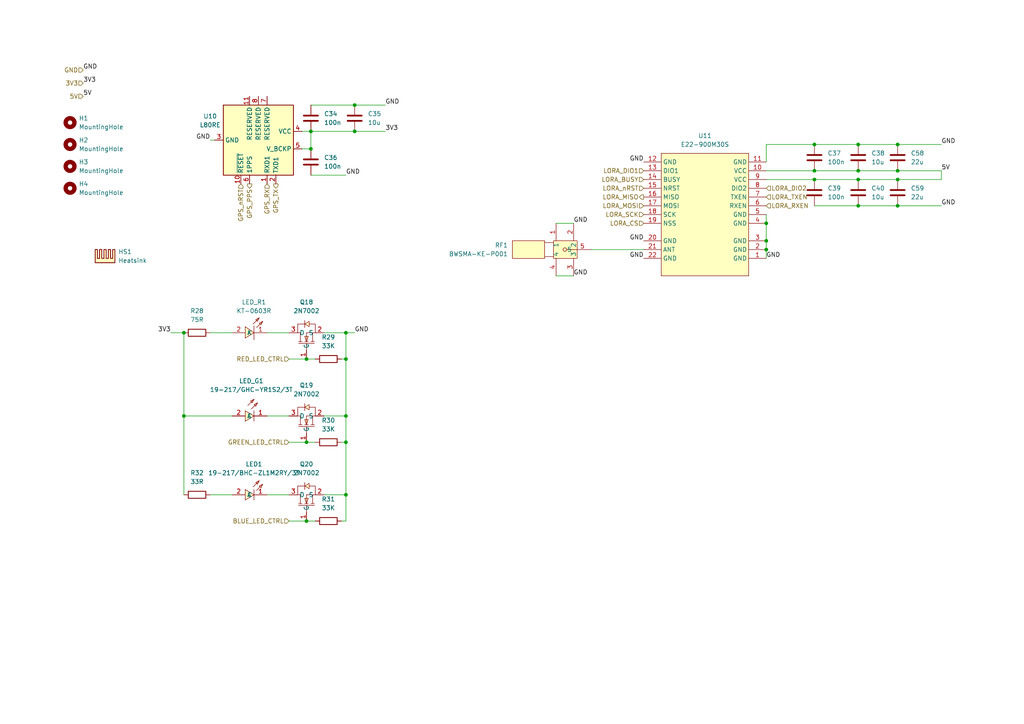
<source format=kicad_sch>
(kicad_sch (version 20230121) (generator eeschema)
  (paper "A4")
  (lib_symbols
    (symbol "Device:C" (pin_numbers hide) (pin_names (offset 0.254))
      (property "Reference" "C" (at 0.635 2.54 0))
      (property "Value" "C" (at 0.635 -2.54 0))
      (symbol "C_0_1"
        (polyline (pts (xy -2.032 -0.762) (xy 2.032 -0.762)) (stroke (width 0.508)))
        (polyline (pts (xy -2.032 0.762) (xy 2.032 0.762)) (stroke (width 0.508)))
      )
      (symbol "C_1_1"
        (pin passive line (at 0 3.81 270) (length 2.794) (name "~") (number "1"))
        (pin passive line (at 0 -3.81 90) (length 2.794) (name "~") (number "2"))
      )
    )
    (symbol "Device:R" (pin_numbers hide) (pin_names (offset 0))
      (property "Reference" "R" (at 2.032 0 90))
      (property "Value" "R" (at 0 0 90))
      (symbol "R_0_1"
        (rectangle (start -1.016 -2.54) (end 1.016 2.54) (stroke (width 0.254)))
      )
      (symbol "R_1_1"
        (pin passive line (at 0 3.81 270) (length 1.27) (name "~") (number "1"))
        (pin passive line (at 0 -3.81 90) (length 1.27) (name "~") (number "2"))
      )
    )
    (symbol "Mechanical:Heatsink" (pin_names (offset 1.016))
      (property "Reference" "HS" (at 0 5.08 0))
      (property "Value" "Heatsink" (at 0 -1.27 0))
      (symbol "Heatsink_0_1"
        (polyline (pts (xy -0.3302 1.27) (xy -0.9652 1.27) (xy -0.9652 3.81) (xy -1.6002 3.81) (xy -1.6002 1.27) (xy -2.2352 1.27) (xy -2.2352 3.81) (xy -2.8702 3.81) (xy -2.8702 0) (xy -0.9652 0)) (stroke (width 0.254)) (fill (type background)))
        (polyline (pts (xy -0.3302 1.27) (xy -0.3302 3.81) (xy 0.3048 3.81) (xy 0.3048 1.27) (xy 0.9398 1.27) (xy 0.9398 3.81) (xy 1.5748 3.81) (xy 1.5748 1.27) (xy 2.2098 1.27) (xy 2.2098 3.81) (xy 2.8448 3.81) (xy 2.8448 0) (xy -0.9652 0)) (stroke (width 0.254)) (fill (type background)))
      )
    )
    (symbol "Mechanical:MountingHole" (pin_names (offset 1.016))
      (property "Reference" "H" (at 0 5.08 0))
      (property "Value" "MountingHole" (at 0 3.175 0))
      (symbol "MountingHole_0_1"
        (circle (center 0 0) (radius 1.27) (stroke (width 1.27)))
      )
    )
    (symbol "RF_GPS:L80-R"
      (property "Reference" "U" (at -10.16 11.43 0))
      (property "Value" "L80-R" (at 10.16 11.43 0))
      (symbol "L80-R_0_1"
        (rectangle (start -10.16 10.16) (end 10.16 -10.16) (stroke (width 0.254)) (fill (type background)))
      )
      (symbol "L80-R_1_1"
        (pin input line (at 12.7 2.54 180) (length 2.54) (name "RXD1") (number "1"))
        (pin input line (at 12.7 -5.08 180) (length 2.54) (name "~{RESET}") (number "10"))
        (pin passive line (at -12.7 -2.54 0) (length 2.54) (name "RESERVED") (number "11"))
        (pin passive line (at 0 -12.7 90) (length 2.54) hide (name "GND") (number "12"))
        (pin output line (at 12.7 5.08 180) (length 2.54) (name "TXD1") (number "2"))
        (pin power_in line (at 0 -12.7 90) (length 2.54) (name "GND") (number "3"))
        (pin power_in line (at -2.54 12.7 270) (length 2.54) (name "VCC") (number "4"))
        (pin power_in line (at 2.54 12.7 270) (length 2.54) (name "V_BCKP") (number "5"))
        (pin output line (at 12.7 -2.54 180) (length 2.54) (name "1PPS") (number "6"))
        (pin passive line (at -12.7 2.54 0) (length 2.54) (name "RESERVED") (number "7"))
        (pin passive line (at -12.7 0 0) (length 2.54) (name "RESERVED") (number "8"))
        (pin no_connect line (at 10.16 0 180) (length 2.54) hide (name "NC") (number "9"))
      )
    )
    (symbol "Rocketry:19-217_BHC-ZL1M2RY_3T"
      (property "Reference" "LED" (at 0 3.3 0))
      (property "Value" "19-217/BHC-ZL1M2RY/3T" (at 0 -6.86 0))
      (symbol "19-217_BHC-ZL1M2RY_3T_0_1"
        (polyline (pts (xy -2.03 1.27) (xy -3.81 3.05)))
        (polyline (pts (xy -1.27 -1.52) (xy -1.27 1.53)))
        (polyline (pts (xy -1.02 2.29) (xy -2.79 4.07)))
        (polyline (pts (xy -3.81 3.05) (xy -3.3 2.03) (xy -2.79 2.54) (xy -3.81 3.05)) (fill (type background)))
        (polyline (pts (xy -2.79 4.07) (xy -2.29 3.05) (xy -1.78 3.56) (xy -2.79 4.07)) (fill (type background)))
        (polyline (pts (xy 1.27 1.53) (xy -1.27 0) (xy 1.27 -1.52) (xy 1.27 1.53)) (fill (type background)))
        (pin input line (at -5.08 0 0) (length 3.81) (name "C") (number "1"))
        (pin input line (at 5.08 0 180) (length 3.81) (name "A") (number "2"))
      )
    )
    (symbol "Rocketry:19-217_GHC-YR1S2_3T"
      (property "Reference" "LED" (at 0 5.08 0))
      (property "Value" "19-217/GHC-YR1S2/3T" (at 0 -5.08 0))
      (symbol "19-217_GHC-YR1S2_3T_0_1"
        (polyline (pts (xy -1.27 1.52) (xy -1.27 -1.52)))
        (polyline (pts (xy -0.51 2.03) (xy -2.29 3.81)))
        (polyline (pts (xy 0.51 3.05) (xy -1.27 4.83)))
        (polyline (pts (xy -2.29 3.81) (xy -1.27 3.3) (xy -1.78 2.79) (xy -2.29 3.81)) (fill (type background)))
        (polyline (pts (xy -1.27 4.83) (xy -0.25 4.32) (xy -0.76 3.81) (xy -1.27 4.83)) (fill (type background)))
        (polyline (pts (xy 1.27 -1.52) (xy -1.27 0) (xy 1.27 1.52) (xy 1.27 -1.52)) (fill (type background)))
        (pin input line (at -5.08 0 0) (length 3.81) (name "C") (number "1"))
        (pin input line (at 5.08 0 180) (length 3.81) (name "A") (number "2"))
      )
    )
    (symbol "Rocketry:2N7002"
      (property "Reference" "Q" (at 0 10.16 0))
      (property "Value" "2N7002" (at 0 -10.16 0))
      (symbol "2N7002_0_1"
        (polyline (pts (xy -2.54 0) (xy -0.51 0)))
        (polyline (pts (xy -0.51 2.29) (xy -0.51 -2.29)))
        (polyline (pts (xy 0 -2.29) (xy 0 -1.27)))
        (polyline (pts (xy 0 -0.51) (xy 0 0.51)))
        (polyline (pts (xy 0 2.29) (xy 0 1.27)))
        (polyline (pts (xy 2.54 -1.78) (xy 0 -1.78)))
        (polyline (pts (xy 0 0) (xy 1.52 -0.51) (xy 1.52 0.51) (xy 0 0)) (fill (type background)))
        (polyline (pts (xy 5.08 0.51) (xy 4.32 -0.76) (xy 5.84 -0.76) (xy 5.08 0.51)) (fill (type background)))
        (polyline (pts (xy 6.1 0.51) (xy 5.59 0.51) (xy 4.57 0.51) (xy 4.06 0.51)))
        (polyline (pts (xy 0 0) (xy 2.54 0) (xy 2.54 -2.54) (xy 5.08 -2.54) (xy 5.08 -0.76)))
        (polyline (pts (xy 0 1.78) (xy 2.54 1.78) (xy 2.54 2.54) (xy 5.08 2.54) (xy 5.08 0.51)))
        (pin unspecified line (at -5.08 0 0) (length 2.54) (name "G") (number "1"))
        (pin unspecified line (at 2.54 -5.08 90) (length 2.54) (name "S") (number "2"))
        (pin unspecified line (at 2.54 5.08 270) (length 2.54) (name "D") (number "3"))
      )
    )
    (symbol "Rocketry:BWSMA-KE-P001"
      (property "Reference" "RF" (at 0 12.7 0))
      (property "Value" "BWSMA-KE-P001" (at 0 -12.7 0))
      (symbol "BWSMA-KE-P001_0_1"
        (rectangle (start -12.7 2.54) (end -3.3 -2.54) (fill (type background)))
        (rectangle (start -0.76 2.54) (end 6.1 -2.54) (fill (type background)))
        (polyline (pts (xy -3.3 -2.03) (xy -0.76 -2.03)))
        (polyline (pts (xy -3.3 2.03) (xy -0.76 2.03)))
        (polyline (pts (xy 3.05 0) (xy 5.08 0)))
        (circle (center 2.54 0) (radius 0.51))
        (pin unspecified line (at 0 7.62 270) (length 5.08) (name "1") (number "1"))
        (pin unspecified line (at 5.08 7.62 270) (length 5.08) (name "2") (number "2"))
        (pin unspecified line (at 5.08 -7.62 90) (length 5.08) (name "3") (number "3"))
        (pin unspecified line (at 0 -7.62 90) (length 5.08) (name "4") (number "4"))
        (pin unspecified line (at 10.16 0 180) (length 5.08) (name "5") (number "5"))
      )
    )
    (symbol "Rocketry:E22-900M30S"
      (property "Reference" "U" (at 0 22.86 0))
      (property "Value" "E22-900M30S" (at 0 -15.24 0))
      (symbol "E22-900M30S_0_1"
        (rectangle (start -12.7 20.32) (end 12.7 -15.24) (fill (type background)))
        (pin unspecified line (at 17.78 -10.16 180) (length 5.08) (name "GND") (number "1"))
        (pin unspecified line (at 17.78 15.24 180) (length 5.08) (name "VCC") (number "10"))
        (pin unspecified line (at 17.78 17.78 180) (length 5.08) (name "GND") (number "11"))
        (pin unspecified line (at -17.78 17.78 0) (length 5.08) (name "GND") (number "12"))
        (pin unspecified line (at -17.78 15.24 0) (length 5.08) (name "DIO1") (number "13"))
        (pin unspecified line (at -17.78 12.7 0) (length 5.08) (name "BUSY") (number "14"))
        (pin unspecified line (at -17.78 10.16 0) (length 5.08) (name "NRST") (number "15"))
        (pin unspecified line (at -17.78 7.62 0) (length 5.08) (name "MISO") (number "16"))
        (pin unspecified line (at -17.78 5.08 0) (length 5.08) (name "MOSI") (number "17"))
        (pin unspecified line (at -17.78 2.54 0) (length 5.08) (name "SCK") (number "18"))
        (pin unspecified line (at -17.78 0 0) (length 5.08) (name "NSS") (number "19"))
        (pin unspecified line (at 17.78 -7.62 180) (length 5.08) (name "GND") (number "2"))
        (pin unspecified line (at -17.78 -5.08 0) (length 5.08) (name "GND") (number "20"))
        (pin unspecified line (at -17.78 -7.62 0) (length 5.08) (name "ANT") (number "21"))
        (pin unspecified line (at -17.78 -10.16 0) (length 5.08) (name "GND") (number "22"))
        (pin unspecified line (at 17.78 -5.08 180) (length 5.08) (name "GND") (number "3"))
        (pin unspecified line (at 17.78 0 180) (length 5.08) (name "GND") (number "4"))
        (pin unspecified line (at 17.78 2.54 180) (length 5.08) (name "GND") (number "5"))
        (pin unspecified line (at 17.78 5.08 180) (length 5.08) (name "RXEN") (number "6"))
        (pin unspecified line (at 17.78 7.62 180) (length 5.08) (name "TXEN") (number "7"))
        (pin unspecified line (at 17.78 10.16 180) (length 5.08) (name "DIO2") (number "8"))
        (pin unspecified line (at 17.78 12.7 180) (length 5.08) (name "VCC") (number "9"))
      )
    )
    (symbol "Rocketry:KT-0603R"
      (property "Reference" "LED" (at 0 5.08 0))
      (property "Value" "KT-0603R" (at 0 -5.08 0))
      (symbol "KT-0603R_0_1"
        (polyline (pts (xy -2.03 1.52) (xy -3.81 3.3)))
        (polyline (pts (xy -1.27 2.03) (xy -1.27 -2.03)))
        (polyline (pts (xy -1.02 2.54) (xy -2.79 4.32)))
        (polyline (pts (xy -3.81 3.3) (xy -2.79 2.79) (xy -3.3 2.29) (xy -3.81 3.3)) (fill (type background)))
        (polyline (pts (xy -2.79 4.32) (xy -1.78 3.81) (xy -2.29 3.3) (xy -2.79 4.32)) (fill (type background)))
        (polyline (pts (xy 1.27 -1.52) (xy -1.27 0) (xy 1.27 1.78) (xy 1.27 -1.52)) (fill (type background)))
        (pin unspecified line (at -5.08 0 0) (length 3.81) (name "K") (number "1"))
        (pin unspecified line (at 5.08 0 180) (length 3.81) (name "A") (number "2"))
      )
    )
  )
  (junction (at 53.34 120.65))
  (junction (at 100.33 120.65))
  (junction (at 248.92 49.53))
  (junction (at 88.9 104.14))
  (junction (at 236.22 49.53))
  (junction (at 100.33 104.14))
  (junction (at 53.34 96.52))
  (junction (at 260.35 41.91))
  (junction (at 102.87 30.48))
  (junction (at 248.92 52.07))
  (junction (at 100.33 128.27))
  (junction (at 222.25 64.77))
  (junction (at 90.17 43.18))
  (junction (at 248.92 41.91))
  (junction (at 100.33 143.51))
  (junction (at 236.22 52.07))
  (junction (at 88.9 151.13))
  (junction (at 236.22 41.91))
  (junction (at 260.35 59.69))
  (junction (at 260.35 49.53))
  (junction (at 248.92 59.69))
  (junction (at 88.9 128.27))
  (junction (at 222.25 69.85))
  (junction (at 90.17 38.1))
  (junction (at 102.87 38.1))
  (junction (at 100.33 96.52))
  (junction (at 260.35 52.07))
  (junction (at 222.25 72.39))
  (wire (pts (xy 222.25 49.53) (xy 236.22 49.53)))
  (wire (pts (xy 222.25 64.77) (xy 222.25 69.85)))
  (wire (pts (xy 161.29 64.77) (xy 166.37 64.77)))
  (wire (pts (xy 49.53 96.52) (xy 53.34 96.52)))
  (wire (pts (xy 248.92 52.07) (xy 260.35 52.07)))
  (wire (pts (xy 90.17 38.1) (xy 90.17 43.18)))
  (wire (pts (xy 77.47 120.65) (xy 83.82 120.65)))
  (wire (pts (xy 60.96 96.52) (xy 67.31 96.52)))
  (wire (pts (xy 222.25 41.91) (xy 236.22 41.91)))
  (wire (pts (xy 90.17 38.1) (xy 102.87 38.1)))
  (wire (pts (xy 100.33 120.65) (xy 100.33 104.14)))
  (wire (pts (xy 77.47 143.51) (xy 83.82 143.51)))
  (wire (pts (xy 236.22 41.91) (xy 248.92 41.91)))
  (wire (pts (xy 222.25 52.07) (xy 236.22 52.07)))
  (wire (pts (xy 83.82 128.27) (xy 88.9 128.27)))
  (wire (pts (xy 100.33 143.51) (xy 100.33 128.27)))
  (wire (pts (xy 87.63 38.1) (xy 90.17 38.1)))
  (wire (pts (xy 99.06 128.27) (xy 100.33 128.27)))
  (wire (pts (xy 236.22 52.07) (xy 248.92 52.07)))
  (wire (pts (xy 248.92 41.91) (xy 260.35 41.91)))
  (wire (pts (xy 273.05 52.07) (xy 273.05 49.53)))
  (wire (pts (xy 222.25 69.85) (xy 222.25 72.39)))
  (wire (pts (xy 60.96 143.51) (xy 67.31 143.51)))
  (wire (pts (xy 88.9 128.27) (xy 91.44 128.27)))
  (wire (pts (xy 53.34 96.52) (xy 53.34 120.65)))
  (wire (pts (xy 171.45 72.39) (xy 186.69 72.39)))
  (wire (pts (xy 77.47 96.52) (xy 83.82 96.52)))
  (wire (pts (xy 99.06 151.13) (xy 100.33 151.13)))
  (wire (pts (xy 222.25 46.99) (xy 222.25 41.91)))
  (wire (pts (xy 102.87 38.1) (xy 111.76 38.1)))
  (wire (pts (xy 93.98 96.52) (xy 100.33 96.52)))
  (wire (pts (xy 67.31 120.65) (xy 53.34 120.65)))
  (wire (pts (xy 100.33 151.13) (xy 100.33 143.51)))
  (wire (pts (xy 222.25 72.39) (xy 222.25 74.93)))
  (wire (pts (xy 260.35 59.69) (xy 273.05 59.69)))
  (wire (pts (xy 166.37 80.01) (xy 161.29 80.01)))
  (wire (pts (xy 87.63 43.18) (xy 90.17 43.18)))
  (wire (pts (xy 90.17 50.8) (xy 100.33 50.8)))
  (wire (pts (xy 100.33 104.14) (xy 100.33 96.52)))
  (wire (pts (xy 99.06 104.14) (xy 100.33 104.14)))
  (wire (pts (xy 60.96 40.64) (xy 62.23 40.64)))
  (wire (pts (xy 222.25 62.23) (xy 222.25 64.77)))
  (wire (pts (xy 53.34 143.51) (xy 53.34 120.65)))
  (wire (pts (xy 88.9 104.14) (xy 91.44 104.14)))
  (wire (pts (xy 248.92 49.53) (xy 260.35 49.53)))
  (wire (pts (xy 93.98 120.65) (xy 100.33 120.65)))
  (wire (pts (xy 83.82 104.14) (xy 88.9 104.14)))
  (wire (pts (xy 260.35 41.91) (xy 273.05 41.91)))
  (wire (pts (xy 248.92 59.69) (xy 260.35 59.69)))
  (wire (pts (xy 100.33 96.52) (xy 102.87 96.52)))
  (wire (pts (xy 102.87 30.48) (xy 111.76 30.48)))
  (wire (pts (xy 93.98 143.51) (xy 100.33 143.51)))
  (wire (pts (xy 260.35 52.07) (xy 273.05 52.07)))
  (wire (pts (xy 260.35 49.53) (xy 273.05 49.53)))
  (wire (pts (xy 90.17 30.48) (xy 102.87 30.48)))
  (wire (pts (xy 236.22 49.53) (xy 248.92 49.53)))
  (wire (pts (xy 83.82 151.13) (xy 88.9 151.13)))
  (wire (pts (xy 88.9 151.13) (xy 91.44 151.13)))
  (wire (pts (xy 100.33 128.27) (xy 100.33 120.65)))
  (wire (pts (xy 236.22 59.69) (xy 248.92 59.69)))
  (label "GND" (at 102.87 96.52 0))
  (label "GND" (at 186.69 46.99 180))
  (label "GND" (at 222.25 74.93 0))
  (label "GND" (at 186.69 74.93 180))
  (label "GND" (at 166.37 64.77 0))
  (label "GND" (at 186.69 69.85 180))
  (label "3V3" (at 24.13 24.13 0))
  (label "GND" (at 60.96 40.64 180))
  (label "GND" (at 273.05 59.69 0))
  (label "3V3" (at 49.53 96.52 180))
  (label "GND" (at 273.05 41.91 0))
  (label "5V" (at 24.13 27.94 0))
  (label "GND" (at 111.76 30.48 0))
  (label "3V3" (at 111.76 38.1 0))
  (label "GND" (at 100.33 50.8 0))
  (label "GND" (at 24.13 20.32 0))
  (label "GND" (at 166.37 80.01 0))
  (label "5V" (at 273.05 49.53 0))
  (hierarchical_label "GPS_RX" (shape input) (at 77.47 53.34 270))
  (hierarchical_label "LORA_TXEN" (shape input) (at 222.25 57.15 0))
  (hierarchical_label "3V3" (shape input) (at 24.13 24.13 180))
  (hierarchical_label "LORA_CS" (shape input) (at 186.69 64.77 180))
  (hierarchical_label "GREEN_LED_CTRL" (shape input) (at 83.82 128.27 180))
  (hierarchical_label "LORA_nRST" (shape input) (at 186.69 54.61 180))
  (hierarchical_label "GPS_nRST" (shape input) (at 69.85 53.34 270))
  (hierarchical_label "LORA_BUSY" (shape input) (at 186.69 52.07 180))
  (hierarchical_label "GND" (shape input) (at 24.13 20.32 180))
  (hierarchical_label "5V" (shape input) (at 24.13 27.94 180))
  (hierarchical_label "LORA_MISO" (shape output) (at 186.69 57.15 180))
  (hierarchical_label "BLUE_LED_CTRL" (shape input) (at 83.82 151.13 180))
  (hierarchical_label "LORA_DIO1" (shape input) (at 186.69 49.53 180))
  (hierarchical_label "LORA_SCK" (shape input) (at 186.69 62.23 180))
  (hierarchical_label "LORA_RXEN" (shape input) (at 222.25 59.69 0))
  (hierarchical_label "RED_LED_CTRL" (shape input) (at 83.82 104.14 180))
  (hierarchical_label "GPS_TX" (shape output) (at 80.01 53.34 270))
  (hierarchical_label "GPS_PPS" (shape output) (at 72.39 53.34 270))
  (hierarchical_label "LORA_DIO2" (shape input) (at 222.25 54.61 0))
  (hierarchical_label "LORA_MOSI" (shape input) (at 186.69 59.69 180))
  (symbol (lib_id "Rocketry:E22-900M30S") (at 204.47 64.77 0) (unit 1)
    (property "Reference" "U11" (at 204.47 39.37 0))
    (property "Value" "E22-900M30S" (at 204.47 41.91 0))
    (property "Footprint" "Rocketry:WIRELM-SMD_E22-900M30S" (effects hide))
    (property "Datasheet" "https://lcsc.com/product-detail/Wireless-Modules_Chengdu-Ebyte-Elec-Tech-E22-900M30S_C411294.html" (effects hide))
    (property "LCSC Part" "C411294" (effects hide))
  )
  (symbol (lib_id "Mechanical:MountingHole") (at 20.32 48.26 0) (unit 1)
    (property "Reference" "H3" (at 22.86 46.99 0) (effects (justify left)))
    (property "Value" "MountingHole" (at 22.86 49.53 0) (effects (justify left)))
    (property "Footprint" "Rocketry:MountingHole_2.7mm_M2.5_Keepout" (effects hide))
    (instances (project "VLF4_PCB" (path "" (reference "H3") (unit 1)) (path "" (reference "H7") (unit 1))))
  )
  (symbol (lib_id "Device:R") (at 57.15 143.51 90) (unit 1)
    (property "Reference" "R32" (at 57.15 137.16 90))
    (property "Value" "33R" (at 57.15 139.7 90))
    (property "Footprint" "Resistor_SMD:R_0402_1005Metric" (effects hide))
  )
  (symbol (lib_id "Rocketry:BWSMA-KE-P001") (at 161.29 72.39 0) (unit 1)
    (property "Reference" "RF1" (at 147.32 71.12 0) (effects (justify right)))
    (property "Value" "BWSMA-KE-P001" (at 147.32 73.66 0) (effects (justify right)))
    (property "Footprint" "Rocketry:SMA-SMD_BWSMA-KE-P001" (effects hide))
    (property "Datasheet" "https://lcsc.com/product-detail/New-Arrivals_BAT-WIRELESS-BWSMA-KE-P001_C496550.html" (effects hide))
    (property "LCSC Part" "C496550" (effects hide))
  )
  (symbol (lib_id "Device:C") (at 248.92 55.88 0) (unit 1)
    (property "Reference" "C40" (at 252.73 54.61 0) (effects (justify left)))
    (property "Value" "10u" (at 252.73 57.15 0) (effects (justify left)))
    (property "Footprint" "Capacitor_SMD:C_0603_1608Metric" (effects hide))
  )
  (symbol (lib_id "Mechanical:MountingHole") (at 20.32 54.61 0) (unit 1)
    (property "Reference" "H4" (at 22.86 53.34 0) (effects (justify left)))
    (property "Value" "MountingHole" (at 22.86 55.88 0) (effects (justify left)))
    (property "Footprint" "Rocketry:MountingHole_2.7mm_M2.5_Keepout" (effects hide))
    (instances (project "VLF4_PCB" (path "" (reference "H4") (unit 1)) (path "" (reference "H8") (unit 1))))
  )
  (symbol (lib_id "Device:C") (at 102.87 34.29 0) (unit 1)
    (property "Reference" "C35" (at 106.68 33.02 0) (effects (justify left)))
    (property "Value" "10u" (at 106.68 35.56 0) (effects (justify left)))
    (property "Footprint" "Capacitor_SMD:C_0603_1608Metric" (effects hide))
  )
  (symbol (lib_id "Device:C") (at 236.22 55.88 0) (unit 1)
    (property "Reference" "C39" (at 240.03 54.61 0) (effects (justify left)))
    (property "Value" "100n" (at 240.03 57.15 0) (effects (justify left)))
    (property "Footprint" "Capacitor_SMD:C_0402_1005Metric" (effects hide))
  )
  (symbol (lib_id "Device:C") (at 236.22 45.72 0) (unit 1)
    (property "Reference" "C37" (at 240.03 44.45 0) (effects (justify left)))
    (property "Value" "100n" (at 240.03 46.99 0) (effects (justify left)))
    (property "Footprint" "Capacitor_SMD:C_0402_1005Metric" (effects hide))
  )
  (symbol (lib_id "Rocketry:2N7002") (at 88.9 123.19 90) (unit 1)
    (property "Reference" "Q19" (at 88.9 111.76 90))
    (property "Value" "2N7002" (at 88.9 114.3 90))
    (property "Footprint" "Rocketry:SOT-23-3_L2.9-W1.3-P1.90-LS2.4-BR" (effects hide))
    (property "Datasheet" "https://lcsc.com/product-detail/MOSFET_2N7002-7002_C8545.html" (effects hide))
    (property "LCSC Part" "C8545" (effects hide))
  )
  (symbol (lib_id "Mechanical:MountingHole") (at 20.32 35.56 0) (unit 1)
    (property "Reference" "H1" (at 22.86 34.29 0) (effects (justify left)))
    (property "Value" "MountingHole" (at 22.86 36.83 0) (effects (justify left)))
    (property "Footprint" "Rocketry:MountingHole_2.7mm_M2.5_Keepout" (effects hide))
    (instances (project "VLF4_PCB" (path "" (reference "H1") (unit 1)) (path "" (reference "H5") (unit 1))))
  )
  (symbol (lib_id "Device:R") (at 95.25 104.14 90) (unit 1)
    (property "Reference" "R29" (at 95.25 97.79 90))
    (property "Value" "33K" (at 95.25 100.33 90))
    (property "Footprint" "Resistor_SMD:R_0402_1005Metric" (effects hide))
  )
  (symbol (lib_id "Device:R") (at 57.15 96.52 90) (unit 1)
    (property "Reference" "R28" (at 57.15 90.17 90))
    (property "Value" "75R" (at 57.15 92.71 90))
    (property "Footprint" "Resistor_SMD:R_0402_1005Metric" (effects hide))
  )
  (symbol (lib_id "Device:C") (at 90.17 46.99 0) (unit 1)
    (property "Reference" "C36" (at 93.98 45.72 0) (effects (justify left)))
    (property "Value" "100n" (at 93.98 48.26 0) (effects (justify left)))
    (property "Footprint" "Capacitor_SMD:C_0402_1005Metric" (effects hide))
  )
  (symbol (lib_id "Rocketry:2N7002") (at 88.9 146.05 90) (unit 1)
    (property "Reference" "Q20" (at 88.9 134.62 90))
    (property "Value" "2N7002" (at 88.9 137.16 90))
    (property "Footprint" "Rocketry:SOT-23-3_L2.9-W1.3-P1.90-LS2.4-BR" (effects hide))
    (property "Datasheet" "https://lcsc.com/product-detail/MOSFET_2N7002-7002_C8545.html" (effects hide))
    (property "LCSC Part" "C8545" (effects hide))
  )
  (symbol (lib_id "Device:R") (at 95.25 128.27 90) (unit 1)
    (property "Reference" "R30" (at 95.25 121.92 90))
    (property "Value" "33K" (at 95.25 124.46 90))
    (property "Footprint" "Resistor_SMD:R_0402_1005Metric" (effects hide))
  )
  (symbol (lib_id "Rocketry:19-217_BHC-ZL1M2RY_3T") (at 72.39 143.51 0) (mirror y) (unit 1)
    (property "Reference" "LED1" (at 73.66 134.62 0))
    (property "Value" "19-217/BHC-ZL1M2RY/3T" (at 73.66 137.16 0))
    (property "Footprint" "Rocketry:LED0603-FD_BLUE" (effects hide))
    (property "Datasheet" "https://lcsc.com/product-detail/Light-Emitting-Diodes-LED_0603-Blue-light_C72041.html" (effects hide))
    (property "LCSC Part" "C72041" (effects hide))
  )
  (symbol (lib_id "Device:C") (at 260.35 55.88 0) (unit 1)
    (property "Reference" "C59" (at 264.16 54.61 0) (effects (justify left)))
    (property "Value" "22u" (at 264.16 57.15 0) (effects (justify left)))
    (property "Footprint" "Capacitor_SMD:C_0603_1608Metric" (effects hide))
  )
  (symbol (lib_id "RF_GPS:L80-R") (at 74.93 40.64 270) (unit 1)
    (property "Reference" "U10" (at 60.96 33.7119 90))
    (property "Value" "L80RE" (at 60.96 36.2519 90))
    (property "Footprint" "Rocketry:GPSM-SMD_12P-L16.0-W16.0-P2.54-BL" (effects hide))
    (property "Datasheet" "https://www.quectel.com/UploadImage/Downlad/Quectel_L80-R_Hardware_Design_V1.2.pdf" (effects hide))
  )
  (symbol (lib_id "Mechanical:MountingHole") (at 20.32 41.91 0) (unit 1)
    (property "Reference" "H2" (at 22.86 40.64 0) (effects (justify left)))
    (property "Value" "MountingHole" (at 22.86 43.18 0) (effects (justify left)))
    (property "Footprint" "Rocketry:MountingHole_2.7mm_M2.5_Keepout" (effects hide))
    (instances (project "VLF4_PCB" (path "" (reference "H2") (unit 1)) (path "" (reference "H6") (unit 1))))
  )
  (symbol (lib_id "Device:C") (at 248.92 45.72 0) (unit 1)
    (property "Reference" "C38" (at 252.73 44.45 0) (effects (justify left)))
    (property "Value" "10u" (at 252.73 46.99 0) (effects (justify left)))
    (property "Footprint" "Capacitor_SMD:C_0603_1608Metric" (effects hide))
  )
  (symbol (lib_id "Rocketry:19-217_GHC-YR1S2_3T") (at 72.39 120.65 0) (mirror y) (unit 1)
    (property "Reference" "LED_G1" (at 72.9 110.49 0))
    (property "Value" "19-217/GHC-YR1S2/3T" (at 72.9 113.03 0))
    (property "Footprint" "Rocketry:LED0603-RD" (effects hide))
    (property "Datasheet" "https://lcsc.com/product-detail/Light-Emitting-Diodes-LED_0603-Green-light_C72043.html" (effects hide))
    (property "LCSC Part" "C72043" (effects hide))
  )
  (symbol (lib_id "Device:C") (at 90.17 34.29 0) (unit 1)
    (property "Reference" "C34" (at 93.98 33.02 0) (effects (justify left)))
    (property "Value" "100n" (at 93.98 35.56 0) (effects (justify left)))
    (property "Footprint" "Capacitor_SMD:C_0402_1005Metric" (effects hide))
  )
  (symbol (lib_id "Rocketry:2N7002") (at 88.9 99.06 90) (unit 1)
    (property "Reference" "Q18" (at 88.9 87.63 90))
    (property "Value" "2N7002" (at 88.9 90.17 90))
    (property "Footprint" "Rocketry:SOT-23-3_L2.9-W1.3-P1.90-LS2.4-BR" (effects hide))
    (property "Datasheet" "https://lcsc.com/product-detail/MOSFET_2N7002-7002_C8545.html" (effects hide))
    (property "LCSC Part" "C8545" (effects hide))
  )
  (symbol (lib_id "Mechanical:Heatsink") (at 30.48 76.2 0) (unit 1)
    (property "Reference" "HS1" (at 34.29 73.025 0) (effects (justify left)))
    (property "Value" "Heatsink" (at 34.29 75.565 0) (effects (justify left)))
    (property "Footprint" "Rocketry:heatsink_20x20x10" (effects hide))
  )
  (symbol (lib_id "Device:C") (at 260.35 45.72 0) (unit 1)
    (property "Reference" "C58" (at 264.16 44.45 0) (effects (justify left)))
    (property "Value" "22u" (at 264.16 46.99 0) (effects (justify left)))
    (property "Footprint" "Capacitor_SMD:C_0603_1608Metric" (effects hide))
  )
  (symbol (lib_id "Rocketry:KT-0603R") (at 72.39 96.52 0) (mirror y) (unit 1)
    (property "Reference" "LED_R1" (at 73.66 87.63 0))
    (property "Value" "KT-0603R" (at 73.66 90.17 0))
    (property "Footprint" "Rocketry:LED0603-RD" (effects hide))
    (property "Datasheet" "https://lcsc.com/product-detail/Light-Emitting-Diodes-LED_Red-LED-0603_C2286.html" (effects hide))
    (property "LCSC Part" "C2286" (effects hide))
  )
  (symbol (lib_id "Device:R") (at 95.25 151.13 90) (unit 1)
    (property "Reference" "R31" (at 95.25 144.78 90))
    (property "Value" "33K" (at 95.25 147.32 90))
    (property "Footprint" "Resistor_SMD:R_0402_1005Metric" (effects hide))
  )
)
</source>
